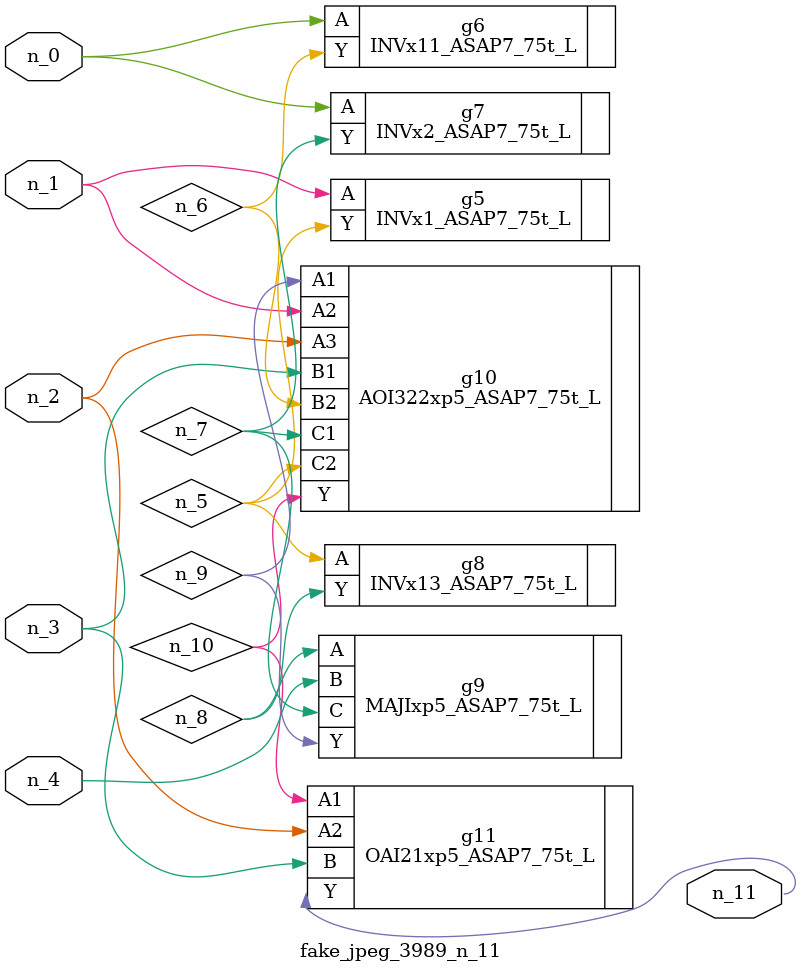
<source format=v>
module fake_jpeg_3989_n_11 (n_3, n_2, n_1, n_0, n_4, n_11);

input n_3;
input n_2;
input n_1;
input n_0;
input n_4;

output n_11;

wire n_10;
wire n_8;
wire n_9;
wire n_6;
wire n_5;
wire n_7;

INVx1_ASAP7_75t_L g5 ( 
.A(n_1),
.Y(n_5)
);

INVx11_ASAP7_75t_L g6 ( 
.A(n_0),
.Y(n_6)
);

INVx2_ASAP7_75t_L g7 ( 
.A(n_0),
.Y(n_7)
);

INVx13_ASAP7_75t_L g8 ( 
.A(n_5),
.Y(n_8)
);

MAJIxp5_ASAP7_75t_L g9 ( 
.A(n_8),
.B(n_4),
.C(n_7),
.Y(n_9)
);

AOI322xp5_ASAP7_75t_L g10 ( 
.A1(n_9),
.A2(n_1),
.A3(n_2),
.B1(n_3),
.B2(n_6),
.C1(n_7),
.C2(n_5),
.Y(n_10)
);

OAI21xp5_ASAP7_75t_L g11 ( 
.A1(n_10),
.A2(n_2),
.B(n_3),
.Y(n_11)
);


endmodule
</source>
